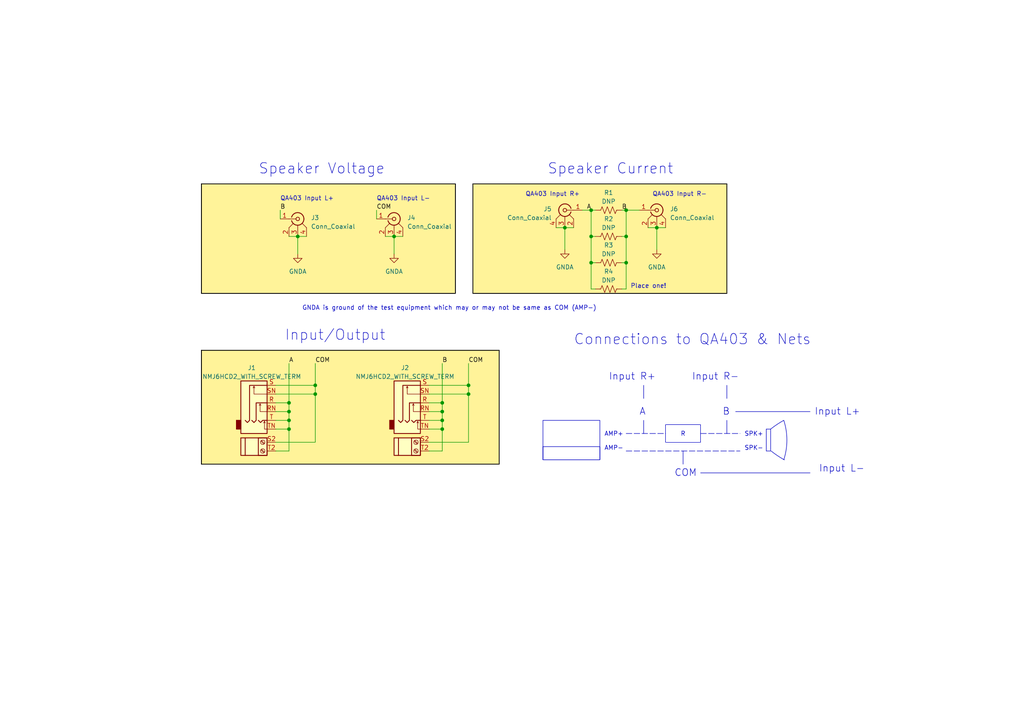
<source format=kicad_sch>
(kicad_sch (version 20230121) (generator eeschema)

  (uuid 35f76b6c-b6e0-41ef-ab07-49924863ff59)

  (paper "A4")

  (title_block
    (title "Speaker Impedance Fixture")
    (date "2023-07-19")
    (rev "1")
    (company "Exciton Labs Ltd")
    (comment 1 "For use with Quantasylum QA403")
  )

  (lib_symbols
    (symbol "BNC Adaptor:Conn_Coaxial" (pin_names (offset 1.016) hide) (in_bom yes) (on_board yes)
      (property "Reference" "J" (at 0.254 3.048 0)
        (effects (font (size 1.27 1.27)))
      )
      (property "Value" "Conn_Coaxial" (at 0 5.08 0)
        (effects (font (size 1.27 1.27)))
      )
      (property "Footprint" "" (at 0 0 0)
        (effects (font (size 1.27 1.27)) hide)
      )
      (property "Datasheet" " ~" (at 0 0 0)
        (effects (font (size 1.27 1.27)) hide)
      )
      (property "ki_keywords" "BNC SMA SMB SMC LEMO coaxial connector CINCH RCA" (at 0 0 0)
        (effects (font (size 1.27 1.27)) hide)
      )
      (property "ki_description" "coaxial connector (BNC, SMA, SMB, SMC, Cinch/RCA, LEMO, ...)" (at 0 0 0)
        (effects (font (size 1.27 1.27)) hide)
      )
      (property "ki_fp_filters" "*BNC* *SMA* *SMB* *SMC* *Cinch* *LEMO*" (at 0 0 0)
        (effects (font (size 1.27 1.27)) hide)
      )
      (symbol "Conn_Coaxial_0_1"
        (arc (start -1.778 -0.508) (mid 0.2311 -1.8066) (end 1.778 0)
          (stroke (width 0.254) (type default))
          (fill (type none))
        )
        (polyline
          (pts
            (xy -2.54 -2.54)
            (xy -1.27 -1.27)
          )
          (stroke (width 0) (type default))
          (fill (type none))
        )
        (polyline
          (pts
            (xy -2.54 0)
            (xy -0.508 0)
          )
          (stroke (width 0) (type default))
          (fill (type none))
        )
        (polyline
          (pts
            (xy 0 -2.54)
            (xy 0 -1.778)
          )
          (stroke (width 0) (type default))
          (fill (type none))
        )
        (polyline
          (pts
            (xy 1.27 -1.27)
            (xy 2.54 -2.54)
          )
          (stroke (width 0) (type default))
          (fill (type none))
        )
        (circle (center 0 0) (radius 0.508)
          (stroke (width 0.2032) (type default))
          (fill (type none))
        )
        (arc (start 1.778 0) (mid 0.2099 1.8101) (end -1.778 0.508)
          (stroke (width 0.254) (type default))
          (fill (type none))
        )
      )
      (symbol "Conn_Coaxial_1_1"
        (pin passive line (at -5.08 0 0) (length 2.54)
          (name "In" (effects (font (size 1.27 1.27))))
          (number "1" (effects (font (size 1.27 1.27))))
        )
        (pin passive line (at -2.54 -5.08 90) (length 2.54)
          (name "Ext" (effects (font (size 1.27 1.27))))
          (number "2" (effects (font (size 1.27 1.27))))
        )
        (pin passive line (at 0 -5.08 90) (length 2.54)
          (name "Ext" (effects (font (size 1.27 1.27))))
          (number "3" (effects (font (size 1.27 1.27))))
        )
        (pin passive line (at 2.54 -5.08 90) (length 2.54)
          (name "Ext" (effects (font (size 1.27 1.27))))
          (number "4" (effects (font (size 1.27 1.27))))
        )
      )
    )
    (symbol "Device:R_US" (pin_numbers hide) (pin_names (offset 0)) (in_bom yes) (on_board yes)
      (property "Reference" "R" (at 2.54 0 90)
        (effects (font (size 1.27 1.27)))
      )
      (property "Value" "R_US" (at -2.54 0 90)
        (effects (font (size 1.27 1.27)))
      )
      (property "Footprint" "" (at 1.016 -0.254 90)
        (effects (font (size 1.27 1.27)) hide)
      )
      (property "Datasheet" "~" (at 0 0 0)
        (effects (font (size 1.27 1.27)) hide)
      )
      (property "ki_keywords" "R res resistor" (at 0 0 0)
        (effects (font (size 1.27 1.27)) hide)
      )
      (property "ki_description" "Resistor, US symbol" (at 0 0 0)
        (effects (font (size 1.27 1.27)) hide)
      )
      (property "ki_fp_filters" "R_*" (at 0 0 0)
        (effects (font (size 1.27 1.27)) hide)
      )
      (symbol "R_US_0_1"
        (polyline
          (pts
            (xy 0 -2.286)
            (xy 0 -2.54)
          )
          (stroke (width 0) (type default))
          (fill (type none))
        )
        (polyline
          (pts
            (xy 0 2.286)
            (xy 0 2.54)
          )
          (stroke (width 0) (type default))
          (fill (type none))
        )
        (polyline
          (pts
            (xy 0 -0.762)
            (xy 1.016 -1.143)
            (xy 0 -1.524)
            (xy -1.016 -1.905)
            (xy 0 -2.286)
          )
          (stroke (width 0) (type default))
          (fill (type none))
        )
        (polyline
          (pts
            (xy 0 0.762)
            (xy 1.016 0.381)
            (xy 0 0)
            (xy -1.016 -0.381)
            (xy 0 -0.762)
          )
          (stroke (width 0) (type default))
          (fill (type none))
        )
        (polyline
          (pts
            (xy 0 2.286)
            (xy 1.016 1.905)
            (xy 0 1.524)
            (xy -1.016 1.143)
            (xy 0 0.762)
          )
          (stroke (width 0) (type default))
          (fill (type none))
        )
      )
      (symbol "R_US_1_1"
        (pin passive line (at 0 3.81 270) (length 1.27)
          (name "~" (effects (font (size 1.27 1.27))))
          (number "1" (effects (font (size 1.27 1.27))))
        )
        (pin passive line (at 0 -3.81 90) (length 1.27)
          (name "~" (effects (font (size 1.27 1.27))))
          (number "2" (effects (font (size 1.27 1.27))))
        )
      )
    )
    (symbol "Library:NMJ6HCD2_WITH_SCREW_TERM" (in_bom yes) (on_board yes)
      (property "Reference" "J" (at 0 11.43 0)
        (effects (font (size 1.27 1.27)))
      )
      (property "Value" "NMJ6HCD2_WITH_SCREW_TERM" (at 0 8.89 0)
        (effects (font (size 1.27 1.27)))
      )
      (property "Footprint" "Connector_Audio:Jack_6.35mm_Neutrik_NMJ6HCD2_Horizontal" (at 0 0 0)
        (effects (font (size 1.27 1.27)) hide)
      )
      (property "Datasheet" "https://www.neutrik.com/en/product/nmj6hcd2" (at 0 0 0)
        (effects (font (size 1.27 1.27)) hide)
      )
      (property "Datasheet2" "https://www.phoenixcontact.com/en-us/products/printed-circuit-board-terminal-mkdsn-15-2-508-1729128" (at 0 0 0)
        (effects (font (size 1.27 1.27)) hide)
      )
      (property "ki_keywords" "audio jack receptacle stereo headphones connector neutrik and screw terminal" (at 0 0 0)
        (effects (font (size 1.27 1.27)) hide)
      )
      (property "ki_description" "dual footprint M Series, 6.35mm (1/4in) stereo jack, switched, with chrome ferrule and straight PCB pins, with screw terminal" (at 0 0 0)
        (effects (font (size 1.27 1.27)) hide)
      )
      (property "ki_fp_filters" "Jack*" (at 0 0 0)
        (effects (font (size 1.27 1.27)) hide)
      )
      (symbol "NMJ6HCD2_WITH_SCREW_TERM_0_1"
        (rectangle (start -5.08 -10.16) (end 2.54 -15.24)
          (stroke (width 0.254) (type default))
          (fill (type background))
        )
        (rectangle (start -5.08 -5.08) (end -6.35 -7.62)
          (stroke (width 0.254) (type default))
          (fill (type outline))
        )
        (rectangle (start -5.08 6.35) (end 2.54 -8.89)
          (stroke (width 0.254) (type default))
          (fill (type background))
        )
        (polyline
          (pts
            (xy -1.27 4.826)
            (xy -1.016 4.318)
          )
          (stroke (width 0) (type default))
          (fill (type none))
        )
        (polyline
          (pts
            (xy 0.508 -0.254)
            (xy 0.762 -0.762)
          )
          (stroke (width 0) (type default))
          (fill (type none))
        )
        (polyline
          (pts
            (xy 1.778 -5.334)
            (xy 2.032 -5.842)
          )
          (stroke (width 0) (type default))
          (fill (type none))
        )
        (polyline
          (pts
            (xy 0 -5.08)
            (xy 0.635 -5.715)
            (xy 1.27 -5.08)
            (xy 2.54 -5.08)
          )
          (stroke (width 0.254) (type default))
          (fill (type none))
        )
        (polyline
          (pts
            (xy 2.54 -7.62)
            (xy 1.778 -7.62)
            (xy 1.778 -5.334)
            (xy 1.524 -5.842)
          )
          (stroke (width 0) (type default))
          (fill (type none))
        )
        (polyline
          (pts
            (xy 2.54 -2.54)
            (xy 0.508 -2.54)
            (xy 0.508 -0.254)
            (xy 0.254 -0.762)
          )
          (stroke (width 0) (type default))
          (fill (type none))
        )
        (polyline
          (pts
            (xy 2.54 2.54)
            (xy -1.27 2.54)
            (xy -1.27 4.826)
            (xy -1.524 4.318)
          )
          (stroke (width 0) (type default))
          (fill (type none))
        )
        (polyline
          (pts
            (xy -1.905 -5.08)
            (xy -1.27 -5.715)
            (xy -0.635 -5.08)
            (xy -0.635 0)
            (xy 2.54 0)
          )
          (stroke (width 0.254) (type default))
          (fill (type none))
        )
        (polyline
          (pts
            (xy 2.54 5.08)
            (xy -2.54 5.08)
            (xy -2.54 -5.08)
            (xy -3.175 -5.715)
            (xy -3.81 -5.08)
          )
          (stroke (width 0.254) (type default))
          (fill (type none))
        )
      )
      (symbol "NMJ6HCD2_WITH_SCREW_TERM_1_1"
        (rectangle (start 0 -10.16) (end 2.54 -15.24)
          (stroke (width 0.254) (type default))
          (fill (type background))
        )
        (polyline
          (pts
            (xy -3.81 -10.16)
            (xy -3.81 -15.24)
          )
          (stroke (width 0.254) (type default))
          (fill (type none))
        )
        (polyline
          (pts
            (xy 0.7366 -13.6398)
            (xy 1.6002 -14.478)
          )
          (stroke (width 0.1524) (type default))
          (fill (type none))
        )
        (polyline
          (pts
            (xy 0.7366 -11.0998)
            (xy 1.6002 -11.938)
          )
          (stroke (width 0.1524) (type default))
          (fill (type none))
        )
        (polyline
          (pts
            (xy 0.9144 -13.462)
            (xy 1.778 -14.3002)
          )
          (stroke (width 0.1524) (type default))
          (fill (type none))
        )
        (polyline
          (pts
            (xy 0.9144 -10.922)
            (xy 1.778 -11.7602)
          )
          (stroke (width 0.1524) (type default))
          (fill (type none))
        )
        (circle (center 1.27 -13.97) (radius 0.635)
          (stroke (width 0.1524) (type default))
          (fill (type none))
        )
        (circle (center 1.27 -11.43) (radius 0.635)
          (stroke (width 0.1524) (type default))
          (fill (type none))
        )
        (pin passive line (at 5.08 0 180) (length 2.54)
          (name "~" (effects (font (size 1.27 1.27))))
          (number "R" (effects (font (size 1.27 1.27))))
        )
        (pin passive line (at 5.08 -2.54 180) (length 2.54)
          (name "~" (effects (font (size 1.27 1.27))))
          (number "RN" (effects (font (size 1.27 1.27))))
        )
        (pin passive line (at 5.08 5.08 180) (length 2.54)
          (name "~" (effects (font (size 1.27 1.27))))
          (number "S" (effects (font (size 1.27 1.27))))
        )
        (pin passive line (at 5.08 -11.43 180) (length 2.54)
          (name "~" (effects (font (size 1.27 1.27))))
          (number "S2" (effects (font (size 1.27 1.27))))
        )
        (pin passive line (at 5.08 2.54 180) (length 2.54)
          (name "~" (effects (font (size 1.27 1.27))))
          (number "SN" (effects (font (size 1.27 1.27))))
        )
        (pin passive line (at 5.08 -5.08 180) (length 2.54)
          (name "~" (effects (font (size 1.27 1.27))))
          (number "T" (effects (font (size 1.27 1.27))))
        )
        (pin passive line (at 5.08 -13.97 180) (length 2.54)
          (name "" (effects (font (size 1.27 1.27))))
          (number "T2" (effects (font (size 1.27 1.27))))
        )
        (pin passive line (at 5.08 -7.62 180) (length 2.54)
          (name "~" (effects (font (size 1.27 1.27))))
          (number "TN" (effects (font (size 1.27 1.27))))
        )
      )
    )
    (symbol "power:GNDA" (power) (pin_names (offset 0)) (in_bom yes) (on_board yes)
      (property "Reference" "#PWR" (at 0 -6.35 0)
        (effects (font (size 1.27 1.27)) hide)
      )
      (property "Value" "GNDA" (at 0 -3.81 0)
        (effects (font (size 1.27 1.27)))
      )
      (property "Footprint" "" (at 0 0 0)
        (effects (font (size 1.27 1.27)) hide)
      )
      (property "Datasheet" "" (at 0 0 0)
        (effects (font (size 1.27 1.27)) hide)
      )
      (property "ki_keywords" "global power" (at 0 0 0)
        (effects (font (size 1.27 1.27)) hide)
      )
      (property "ki_description" "Power symbol creates a global label with name \"GNDA\" , analog ground" (at 0 0 0)
        (effects (font (size 1.27 1.27)) hide)
      )
      (symbol "GNDA_0_1"
        (polyline
          (pts
            (xy 0 0)
            (xy 0 -1.27)
            (xy 1.27 -1.27)
            (xy 0 -2.54)
            (xy -1.27 -1.27)
            (xy 0 -1.27)
          )
          (stroke (width 0) (type default))
          (fill (type none))
        )
      )
      (symbol "GNDA_1_1"
        (pin power_in line (at 0 0 270) (length 0) hide
          (name "GNDA" (effects (font (size 1.27 1.27))))
          (number "1" (effects (font (size 1.27 1.27))))
        )
      )
    )
  )

  (junction (at 135.89 111.76) (diameter 0) (color 0 0 0 0)
    (uuid 00b49c8d-5a14-41ef-bcd8-61e3ad0d2493)
  )
  (junction (at 181.61 60.96) (diameter 0) (color 0 0 0 0)
    (uuid 1732df76-eec2-4c06-861f-74066cadd027)
  )
  (junction (at 91.44 111.76) (diameter 0) (color 0 0 0 0)
    (uuid 244f38a4-475b-4dac-be4c-e821414149ed)
  )
  (junction (at 128.27 124.46) (diameter 0) (color 0 0 0 0)
    (uuid 3f0f1d5f-c6ae-4ebc-bbdc-32e43c24ed01)
  )
  (junction (at 181.61 68.58) (diameter 0) (color 0 0 0 0)
    (uuid 5e4a927a-2c15-46e2-9ba9-0a08c67465e0)
  )
  (junction (at 83.82 121.92) (diameter 0) (color 0 0 0 0)
    (uuid 6025aaed-de13-4791-b9c8-0e7f08d75c5c)
  )
  (junction (at 163.83 66.04) (diameter 0) (color 0 0 0 0)
    (uuid 61701663-5a43-4820-b8bb-cb1d70adb93f)
  )
  (junction (at 86.36 68.58) (diameter 0) (color 0 0 0 0)
    (uuid 6b51a2e0-a0e3-4461-bda3-37c2cfc048cb)
  )
  (junction (at 171.45 60.96) (diameter 0) (color 0 0 0 0)
    (uuid 71399081-b900-4f6a-b4fe-b1fcd79a8c5b)
  )
  (junction (at 128.27 121.92) (diameter 0) (color 0 0 0 0)
    (uuid 78df0353-e353-417f-b048-5989caa403bc)
  )
  (junction (at 171.45 76.2) (diameter 0) (color 0 0 0 0)
    (uuid 84de65b4-c5b0-4dc6-9905-7cb6c20c77c3)
  )
  (junction (at 83.82 119.38) (diameter 0) (color 0 0 0 0)
    (uuid 89b06c61-35be-4cd7-b561-73076951e50b)
  )
  (junction (at 114.3 68.58) (diameter 0) (color 0 0 0 0)
    (uuid 9ee3f03e-e22c-4fab-a544-86cee9fe4a51)
  )
  (junction (at 83.82 116.84) (diameter 0) (color 0 0 0 0)
    (uuid a0b0eceb-9769-47d9-bb6e-7c18f45842d3)
  )
  (junction (at 128.27 116.84) (diameter 0) (color 0 0 0 0)
    (uuid a4dafaf3-f002-4613-b35a-23121caf3b70)
  )
  (junction (at 135.89 114.3) (diameter 0) (color 0 0 0 0)
    (uuid d1ede5c8-df62-4582-b698-36a65c1e1c3c)
  )
  (junction (at 190.5 66.04) (diameter 0) (color 0 0 0 0)
    (uuid da3e4abf-d44c-4b80-9157-4b1ac37e4fd3)
  )
  (junction (at 181.61 76.2) (diameter 0) (color 0 0 0 0)
    (uuid db3b71e9-5625-4be3-8814-ac98ed2e79d6)
  )
  (junction (at 171.45 68.58) (diameter 0) (color 0 0 0 0)
    (uuid ed78ca9c-b6e1-4197-b262-9e9bba48a14c)
  )
  (junction (at 128.27 119.38) (diameter 0) (color 0 0 0 0)
    (uuid f65b76e5-7daa-4ae4-b64e-34196c2e273e)
  )
  (junction (at 91.44 114.3) (diameter 0) (color 0 0 0 0)
    (uuid f9273962-5d50-4022-9188-c5dd1d6c14bd)
  )
  (junction (at 83.82 124.46) (diameter 0) (color 0 0 0 0)
    (uuid fab471e3-4012-4523-837e-402120ff6b8a)
  )

  (wire (pts (xy 168.91 60.96) (xy 171.45 60.96))
    (stroke (width 0) (type default))
    (uuid 006580c8-b087-4bbd-9ac8-002623e14069)
  )
  (wire (pts (xy 171.45 76.2) (xy 171.45 83.82))
    (stroke (width 0) (type default))
    (uuid 02204ea3-a5a2-4983-84f6-834daac25f8e)
  )
  (wire (pts (xy 80.01 130.81) (xy 83.82 130.81))
    (stroke (width 0) (type default))
    (uuid 0433cbc8-22e5-4900-852b-3ecb6b85e2a2)
  )
  (wire (pts (xy 181.61 60.96) (xy 181.61 68.58))
    (stroke (width 0) (type default))
    (uuid 0829ef73-755a-4a69-8976-55e3b420fda1)
  )
  (polyline (pts (xy 203.2 125.73) (xy 214.63 125.73))
    (stroke (width 0) (type dash))
    (uuid 13f34438-4790-4af6-b161-e9c897ee9081)
  )

  (wire (pts (xy 124.46 116.84) (xy 128.27 116.84))
    (stroke (width 0) (type default))
    (uuid 1936f620-96e8-401f-adb5-5ee8d320007b)
  )
  (wire (pts (xy 80.01 116.84) (xy 83.82 116.84))
    (stroke (width 0) (type default))
    (uuid 19a8848f-5004-4a63-bb09-9bbeb30c001c)
  )
  (wire (pts (xy 80.01 111.76) (xy 91.44 111.76))
    (stroke (width 0) (type default))
    (uuid 1b5e0e0f-136d-4f08-b160-a7aad590c3b9)
  )
  (wire (pts (xy 83.82 121.92) (xy 83.82 119.38))
    (stroke (width 0) (type default))
    (uuid 1ff50ddb-bd43-453c-94ec-90610883056c)
  )
  (wire (pts (xy 128.27 119.38) (xy 128.27 116.84))
    (stroke (width 0) (type default))
    (uuid 223e9a69-024f-4520-b1e3-ff5d61c03e09)
  )
  (wire (pts (xy 86.36 68.58) (xy 88.9 68.58))
    (stroke (width 0) (type default))
    (uuid 24d5869a-bc02-4d34-8046-d52a945cf883)
  )
  (wire (pts (xy 181.61 76.2) (xy 181.61 83.82))
    (stroke (width 0) (type default))
    (uuid 24e74160-cce2-455e-9913-ced4a35ee5b8)
  )
  (wire (pts (xy 128.27 124.46) (xy 124.46 124.46))
    (stroke (width 0) (type default))
    (uuid 27853e11-b978-41c5-9eb9-05257add04c3)
  )
  (polyline (pts (xy 198.12 130.81) (xy 198.12 134.62))
    (stroke (width 0) (type default))
    (uuid 27d6a82d-9992-4f44-9fc9-3da7565a965b)
  )

  (wire (pts (xy 124.46 114.3) (xy 135.89 114.3))
    (stroke (width 0) (type default))
    (uuid 2896e3e4-5292-408f-951e-088bd1a26e06)
  )
  (wire (pts (xy 83.82 124.46) (xy 80.01 124.46))
    (stroke (width 0) (type default))
    (uuid 2b3c73a8-e219-43ef-92c7-5c0447cff892)
  )
  (wire (pts (xy 181.61 60.96) (xy 185.42 60.96))
    (stroke (width 0) (type default))
    (uuid 2f571462-7c35-4d26-8cbd-a10d3457e543)
  )
  (wire (pts (xy 180.34 60.96) (xy 181.61 60.96))
    (stroke (width 0) (type default))
    (uuid 2f6c36a1-2476-4959-b149-a9ad985adf4b)
  )
  (wire (pts (xy 190.5 66.04) (xy 190.5 72.39))
    (stroke (width 0) (type default))
    (uuid 36cbb048-0d3b-42da-91be-2e91c3915cb6)
  )
  (wire (pts (xy 86.36 68.58) (xy 86.36 73.66))
    (stroke (width 0) (type default))
    (uuid 44977e0e-f52e-47fe-9132-3caaf2410b29)
  )
  (wire (pts (xy 171.45 76.2) (xy 172.72 76.2))
    (stroke (width 0) (type default))
    (uuid 4960b05a-fb15-4f62-b349-add9c18f6a3f)
  )
  (wire (pts (xy 124.46 130.81) (xy 128.27 130.81))
    (stroke (width 0) (type default))
    (uuid 4a9c2952-9611-4f5b-ac91-64cfbbe9cb45)
  )
  (wire (pts (xy 91.44 128.27) (xy 91.44 114.3))
    (stroke (width 0) (type default))
    (uuid 4d21c873-2504-40b3-ac7e-5a30ad31c068)
  )
  (polyline (pts (xy 210.82 121.92) (xy 210.82 125.73))
    (stroke (width 0) (type default))
    (uuid 5203cbfa-3922-4362-9600-fc4855a0cda1)
  )

  (wire (pts (xy 83.82 116.84) (xy 83.82 105.41))
    (stroke (width 0) (type default))
    (uuid 548a414b-70de-4573-8473-6cac54d20d74)
  )
  (wire (pts (xy 172.72 68.58) (xy 171.45 68.58))
    (stroke (width 0) (type default))
    (uuid 578b6c35-933e-4ebd-a1b1-90243c92c52a)
  )
  (wire (pts (xy 109.22 60.96) (xy 109.22 63.5))
    (stroke (width 0) (type default))
    (uuid 57cb59e6-d1ff-4907-99b3-7ae9d10e9592)
  )
  (wire (pts (xy 163.83 66.04) (xy 163.83 72.39))
    (stroke (width 0) (type default))
    (uuid 5b2277dd-199f-4ba8-99db-2b00688cd691)
  )
  (wire (pts (xy 80.01 114.3) (xy 91.44 114.3))
    (stroke (width 0) (type default))
    (uuid 6b682d07-0073-4206-9c0e-6ca26df7adab)
  )
  (wire (pts (xy 80.01 121.92) (xy 83.82 121.92))
    (stroke (width 0) (type default))
    (uuid 6db4dadd-a6d9-4637-9d4c-87f65b455d72)
  )
  (wire (pts (xy 181.61 68.58) (xy 181.61 76.2))
    (stroke (width 0) (type default))
    (uuid 6ea83a1e-3af9-47e9-8546-8e7d3f60fc75)
  )
  (wire (pts (xy 135.89 111.76) (xy 135.89 114.3))
    (stroke (width 0) (type default))
    (uuid 6ecd7066-5ec0-4768-8619-5c2c7c41ae21)
  )
  (wire (pts (xy 128.27 130.81) (xy 128.27 124.46))
    (stroke (width 0) (type default))
    (uuid 7852a18a-1936-4b7a-aabf-7049b48fa57a)
  )
  (wire (pts (xy 114.3 68.58) (xy 116.84 68.58))
    (stroke (width 0) (type default))
    (uuid 7869ef56-c06f-4012-88ca-c7c2f4454c75)
  )
  (wire (pts (xy 124.46 119.38) (xy 128.27 119.38))
    (stroke (width 0) (type default))
    (uuid 7b2fed74-82af-4ebd-a21f-a64696df106d)
  )
  (polyline (pts (xy 213.36 119.38) (xy 234.95 119.38))
    (stroke (width 0) (type default))
    (uuid 7f1da713-0ba2-41e2-86e3-3ef1b866c7b3)
  )

  (wire (pts (xy 81.28 60.96) (xy 81.28 63.5))
    (stroke (width 0) (type default))
    (uuid 80eb7200-cbed-4db4-99eb-56cb24cc6683)
  )
  (wire (pts (xy 163.83 66.04) (xy 166.37 66.04))
    (stroke (width 0) (type default))
    (uuid 83783229-aafd-4f2b-8235-bba5a15fcb2e)
  )
  (wire (pts (xy 161.29 66.04) (xy 163.83 66.04))
    (stroke (width 0) (type default))
    (uuid 86264e79-63b1-44f8-9822-46db71e10abf)
  )
  (wire (pts (xy 180.34 76.2) (xy 181.61 76.2))
    (stroke (width 0) (type default))
    (uuid 8646e5d8-3e7c-48f3-9719-f4b7dc44862f)
  )
  (wire (pts (xy 171.45 83.82) (xy 172.72 83.82))
    (stroke (width 0) (type default))
    (uuid 882d2a4e-4d8d-4bca-9145-7d04549436fd)
  )
  (wire (pts (xy 171.45 68.58) (xy 171.45 60.96))
    (stroke (width 0) (type default))
    (uuid 8ac407a0-9039-4476-9220-be5c00c5addf)
  )
  (wire (pts (xy 83.82 68.58) (xy 86.36 68.58))
    (stroke (width 0) (type default))
    (uuid 8b7946b3-3982-4762-8f7d-5affe0bece54)
  )
  (wire (pts (xy 83.82 121.92) (xy 83.82 124.46))
    (stroke (width 0) (type default))
    (uuid 913d8361-7c74-47a1-85e7-877ee253c071)
  )
  (wire (pts (xy 128.27 121.92) (xy 128.27 124.46))
    (stroke (width 0) (type default))
    (uuid 9330ae32-790d-41b7-a971-a5d56d68ebe5)
  )
  (wire (pts (xy 190.5 66.04) (xy 193.04 66.04))
    (stroke (width 0) (type default))
    (uuid 93ac9627-e34e-439b-9e04-2f3178fb8538)
  )
  (wire (pts (xy 128.27 121.92) (xy 128.27 119.38))
    (stroke (width 0) (type default))
    (uuid 95c546db-271a-4e05-8f80-a2d63e28f497)
  )
  (wire (pts (xy 83.82 119.38) (xy 83.82 116.84))
    (stroke (width 0) (type default))
    (uuid 9acc0de8-ce19-4564-90b5-751cffbe3410)
  )
  (wire (pts (xy 128.27 116.84) (xy 128.27 105.41))
    (stroke (width 0) (type default))
    (uuid 9e1780dc-5f39-4a1c-86c4-82085ac00461)
  )
  (polyline (pts (xy 186.69 111.76) (xy 186.69 115.57))
    (stroke (width 0) (type default))
    (uuid a1fa8b04-f00e-4fcf-bd4e-7f5218c0af23)
  )

  (wire (pts (xy 91.44 111.76) (xy 91.44 114.3))
    (stroke (width 0) (type default))
    (uuid a49141f6-5ab9-47f2-88eb-fc4050dfdfe4)
  )
  (wire (pts (xy 180.34 68.58) (xy 181.61 68.58))
    (stroke (width 0) (type default))
    (uuid a4b66a54-f152-4425-967a-03c42f8266b7)
  )
  (wire (pts (xy 124.46 111.76) (xy 135.89 111.76))
    (stroke (width 0) (type default))
    (uuid adbd8115-4c81-434c-9a33-a4a7b63ac62f)
  )
  (wire (pts (xy 111.76 68.58) (xy 114.3 68.58))
    (stroke (width 0) (type default))
    (uuid d0d138ad-32a5-4112-9d6d-05b32c72ec85)
  )
  (wire (pts (xy 171.45 68.58) (xy 171.45 76.2))
    (stroke (width 0) (type default))
    (uuid d6e4a3f4-75af-459d-91ae-4ddcb6251dd4)
  )
  (wire (pts (xy 135.89 128.27) (xy 135.89 114.3))
    (stroke (width 0) (type default))
    (uuid d93fac77-03c9-43b1-9214-e65347913d0b)
  )
  (polyline (pts (xy 181.61 130.81) (xy 214.63 130.81))
    (stroke (width 0) (type dash))
    (uuid dc1a9d02-9169-450f-96a8-7983f6f88ca2)
  )

  (wire (pts (xy 124.46 128.27) (xy 135.89 128.27))
    (stroke (width 0) (type default))
    (uuid df4c12c2-51c9-4e5f-b894-c2d2ec9407e2)
  )
  (polyline (pts (xy 181.61 125.73) (xy 193.04 125.73))
    (stroke (width 0) (type dash))
    (uuid e20fd607-985c-424e-ae5d-8a2f64d07209)
  )

  (wire (pts (xy 80.01 128.27) (xy 91.44 128.27))
    (stroke (width 0) (type default))
    (uuid e5753a16-96da-4dd5-85a6-0350f0973e27)
  )
  (polyline (pts (xy 210.82 111.76) (xy 210.82 115.57))
    (stroke (width 0) (type default))
    (uuid e6b5dfab-0a6c-4bc1-a448-a1c6928bffe7)
  )

  (wire (pts (xy 171.45 60.96) (xy 172.72 60.96))
    (stroke (width 0) (type default))
    (uuid e736346a-e93d-4cbe-9b65-4dbfe9d2f572)
  )
  (wire (pts (xy 124.46 121.92) (xy 128.27 121.92))
    (stroke (width 0) (type default))
    (uuid ed6e2f0f-6003-4137-8cef-0085d412df59)
  )
  (wire (pts (xy 80.01 119.38) (xy 83.82 119.38))
    (stroke (width 0) (type default))
    (uuid edb2225d-0f1e-469b-b751-f447504bf744)
  )
  (wire (pts (xy 180.34 83.82) (xy 181.61 83.82))
    (stroke (width 0) (type default))
    (uuid efd5e5e5-caa3-4df1-87df-ca12feaedb81)
  )
  (wire (pts (xy 135.89 105.41) (xy 135.89 111.76))
    (stroke (width 0) (type default))
    (uuid f23aa707-d84f-4b4a-a828-cdbea9cfc6bc)
  )
  (wire (pts (xy 91.44 105.41) (xy 91.44 111.76))
    (stroke (width 0) (type default))
    (uuid f3ae8f8b-80d8-43ac-8736-38930a275e30)
  )
  (wire (pts (xy 83.82 130.81) (xy 83.82 124.46))
    (stroke (width 0) (type default))
    (uuid f61f7f4d-5ad1-4bcd-931f-60114d50bd60)
  )
  (polyline (pts (xy 186.69 121.92) (xy 186.69 125.73))
    (stroke (width 0) (type default))
    (uuid f6e48141-3648-410b-8a6d-c764702e9ac9)
  )
  (polyline (pts (xy 203.2 137.16) (xy 234.95 137.16))
    (stroke (width 0) (type default))
    (uuid fc9e8bd9-b6e4-4ffb-ad82-ffd3b42e5c3f)
  )

  (wire (pts (xy 187.96 66.04) (xy 190.5 66.04))
    (stroke (width 0) (type default))
    (uuid fd49adc2-6f06-454c-9a38-0c2c2cc39cd4)
  )
  (wire (pts (xy 114.3 68.58) (xy 114.3 73.66))
    (stroke (width 0) (type default))
    (uuid fdf0a203-ca2c-4b8f-87d2-d6a35d7e311f)
  )

  (arc (start 223.52 124.46) (mid 225.3709 123.1088) (end 227.33 121.92)
    (stroke (width 0) (type default))
    (fill (type none))
    (uuid 32b7e1c6-daa3-4b5a-8d8a-1ebd5d70b2c1)
  )
  (rectangle (start 137.16 53.34) (end 210.82 85.09)
    (stroke (width 0.254) (type solid) (color 0 0 0 1))
    (fill (type color) (color 255 243 153 1))
    (uuid 4198f02e-4c82-4741-ae24-96339532374b)
  )
  (arc (start 227.33 121.92) (mid 228.2297 127.635) (end 227.33 133.35)
    (stroke (width 0) (type default))
    (fill (type none))
    (uuid 42e1d05e-09ff-4696-a628-61b3200baf0d)
  )
  (rectangle (start 58.42 101.6) (end 144.78 134.62)
    (stroke (width 0.254) (type solid) (color 0 0 0 1))
    (fill (type color) (color 255 243 153 1))
    (uuid 441716f4-b601-4933-81d9-6e90687e277e)
  )
  (rectangle (start 157.48 129.54) (end 173.99 133.35)
    (stroke (width 0) (type default))
    (fill (type none))
    (uuid 46f9d99e-199b-4791-b12f-b5900aea4a77)
  )
  (rectangle (start 222.25 124.46) (end 223.52 130.81)
    (stroke (width 0) (type default))
    (fill (type none))
    (uuid 4e5e025f-840a-4ca8-9e49-322f235dba99)
  )
  (arc (start 227.5117 133.3776) (mid 225.5529 132.1883) (end 223.7017 130.8376)
    (stroke (width 0) (type default))
    (fill (type none))
    (uuid 5faa90fb-c987-4288-b258-c44c1801d424)
  )
  (rectangle (start 58.42 53.34) (end 132.08 85.09)
    (stroke (width 0.254) (type solid) (color 0 0 0 1))
    (fill (type color) (color 255 243 153 1))
    (uuid 61fbdbc2-bf0e-4f85-b5d7-b36a1355946e)
  )
  (rectangle (start 157.48 121.92) (end 173.99 133.35)
    (stroke (width 0) (type default))
    (fill (type none))
    (uuid a148019f-d28b-4911-8ad9-c3ae4d391803)
  )

  (text_box "R"
    (at 193.04 123.19 0) (size 10.16 5.08)
    (stroke (width 0) (type default))
    (fill (type color) (color 255 255 255 1))
    (effects (font (size 1.27 1.27)))
    (uuid cf046916-b18b-46a7-a733-0af0cfd26da1)
  )

  (text "Speaker Current" (at 158.75 50.8 0)
    (effects (font (size 3 3)) (justify left bottom))
    (uuid 0cc9c4ef-e379-46ed-a69c-95a567c53a10)
  )
  (text "Speaker Voltage" (at 74.93 50.8 0)
    (effects (font (size 3 3)) (justify left bottom))
    (uuid 1f05b247-748c-4581-a09d-c655c54f07a4)
  )
  (text "QA403 Input R+" (at 152.4 57.15 0)
    (effects (font (size 1.27 1.27)) (justify left bottom))
    (uuid 1ffd52dc-11cf-4726-8e00-9b29333ea9b2)
  )
  (text "QA403 Input L+" (at 81.28 58.42 0)
    (effects (font (size 1.27 1.27)) (justify left bottom))
    (uuid 227933ec-442c-4ef4-a180-162f913f7de2)
  )
  (text "Input L+" (at 236.22 120.65 0)
    (effects (font (size 2 2)) (justify left bottom))
    (uuid 3917136f-d45b-40fb-872e-fe02d5eacb11)
  )
  (text "B" (at 209.55 120.65 0)
    (effects (font (size 2 2)) (justify left bottom))
    (uuid 3c461944-2959-4f62-8dc7-726f7a0d3fdd)
  )
  (text "GNDA is ground of the test equipment which may or may not be same as COM (AMP-)"
    (at 87.63 90.17 0)
    (effects (font (size 1.27 1.27)) (justify left bottom))
    (uuid 4d1e023c-b73e-474d-9bb9-f3fc25853826)
  )
  (text "A" (at 185.42 120.65 0)
    (effects (font (size 2 2)) (justify left bottom))
    (uuid 5dc7af0d-ae97-4e49-b339-625f2466e656)
  )
  (text "Input L-" (at 237.49 137.16 0)
    (effects (font (size 2 2)) (justify left bottom))
    (uuid 6f837713-c721-4cdc-ad89-2ea37691edfe)
  )
  (text "Input/Output" (at 82.55 99.06 0)
    (effects (font (size 3 3)) (justify left bottom))
    (uuid 762d33a8-17fd-44a9-8fe4-72b1c6d0b08d)
  )
  (text "AMP+\n\nAMP-" (at 175.26 130.81 0)
    (effects (font (size 1.27 1.27)) (justify left bottom))
    (uuid 841b9219-fa28-42e8-bdf0-afadfbeadc00)
  )
  (text "Input R-" (at 200.66 110.49 0)
    (effects (font (size 2 2)) (justify left bottom))
    (uuid 8ca0bf41-3138-4b2b-a252-49be09c2e5ae)
  )
  (text "SPK+\n\nSPK-" (at 215.9 130.81 0)
    (effects (font (size 1.27 1.27)) (justify left bottom))
    (uuid 8d3336b6-c2df-4a5b-9891-fe79faba62b1)
  )
  (text "Input R+" (at 176.53 110.49 0)
    (effects (font (size 2 2)) (justify left bottom))
    (uuid a58ca14d-83f5-428f-807a-11850e62dd14)
  )
  (text "QA403 Input R-" (at 189.23 57.15 0)
    (effects (font (size 1.27 1.27)) (justify left bottom))
    (uuid a76aa2df-4b32-419d-81e6-6090ead98e35)
  )
  (text "QA403 Input L-" (at 109.22 58.42 0)
    (effects (font (size 1.27 1.27)) (justify left bottom))
    (uuid bcd1b13d-35d5-489c-b243-f370d3453e62)
  )
  (text "Connections to QA403 & Nets" (at 166.37 100.33 0)
    (effects (font (size 3 3)) (justify left bottom))
    (uuid cef1c156-db54-45c0-b1e4-868a7077ac5e)
  )
  (text "COM" (at 195.58 138.43 0)
    (effects (font (size 2 2)) (justify left bottom))
    (uuid decdfe49-2556-4b1c-beb6-1d91158acc01)
  )
  (text "Place one!" (at 182.88 83.82 0)
    (effects (font (size 1.27 1.27)) (justify left bottom))
    (uuid f995fe46-3304-4ac6-9654-0fc39e5723be)
  )

  (label "COM" (at 135.89 105.41 0) (fields_autoplaced)
    (effects (font (size 1.27 1.27)) (justify left bottom))
    (uuid 24831158-57d3-4358-a456-71e798e632c8)
  )
  (label "A" (at 83.82 105.41 0) (fields_autoplaced)
    (effects (font (size 1.27 1.27)) (justify left bottom))
    (uuid 26fad98e-83d5-4f3f-a5bd-dfc3c1c8668a)
  )
  (label "B" (at 128.27 105.41 0) (fields_autoplaced)
    (effects (font (size 1.27 1.27)) (justify left bottom))
    (uuid 562d36ca-6b4f-4d88-a982-29844052e39f)
  )
  (label "COM" (at 109.22 60.96 0) (fields_autoplaced)
    (effects (font (size 1.27 1.27)) (justify left bottom))
    (uuid 64777c99-8d4b-4700-9637-92f806a5feb9)
  )
  (label "COM" (at 91.44 105.41 0) (fields_autoplaced)
    (effects (font (size 1.27 1.27)) (justify left bottom))
    (uuid b45da013-781a-4634-95e7-e8f7bbafafbc)
  )
  (label "B" (at 81.28 60.96 0) (fields_autoplaced)
    (effects (font (size 1.27 1.27)) (justify left bottom))
    (uuid b8641974-9ea4-4c4c-977f-204d0cb32cfb)
  )
  (label "A" (at 170.18 60.96 0) (fields_autoplaced)
    (effects (font (size 1.27 1.27)) (justify left bottom))
    (uuid de88c198-eea6-48a4-bfc8-e9623b53c2e6)
  )
  (label "B" (at 180.34 60.96 0) (fields_autoplaced)
    (effects (font (size 1.27 1.27)) (justify left bottom))
    (uuid eaa47f53-4bc2-425e-952e-2f14c503cdce)
  )

  (symbol (lib_id "Library:NMJ6HCD2_WITH_SCREW_TERM") (at 74.93 116.84 0) (unit 1)
    (in_bom yes) (on_board yes) (dnp no) (fields_autoplaced)
    (uuid 07d0df73-6a29-4ed9-8331-18020b209934)
    (property "Reference" "J1" (at 73.025 106.68 0)
      (effects (font (size 1.27 1.27)))
    )
    (property "Value" "NMJ6HCD2_WITH_SCREW_TERM" (at 73.025 109.22 0)
      (effects (font (size 1.27 1.27)))
    )
    (property "Footprint" "ProjectLibrary:Dual_Jack_6.35mm_Neutrik_NMJ6HCD2_Horizontal_TerminalBlock_Phoenix_MKDS-1,5-2-5.08_1x02_P5.08mm_Horizontal" (at 74.93 116.84 0)
      (effects (font (size 1.27 1.27)) hide)
    )
    (property "Datasheet" "https://www.neutrik.com/en/product/nmj6hcd2" (at 74.93 116.84 0)
      (effects (font (size 1.27 1.27)) hide)
    )
    (property "Datasheet2" "https://www.phoenixcontact.com/en-us/products/printed-circuit-board-terminal-mkdsn-15-2-508-1729128" (at 74.93 116.84 0)
      (effects (font (size 1.27 1.27)) hide)
    )
    (pin "R" (uuid b8761434-6b19-4b58-86df-6d07bdd40d8e))
    (pin "RN" (uuid a6bb9c2f-e3d3-4bd2-87c2-abedf34c5426))
    (pin "S" (uuid eda39df3-4095-4de3-8a5c-78ae987b8510))
    (pin "S2" (uuid 9ed9801a-c28e-4766-8cc4-ee12b162ba0d))
    (pin "SN" (uuid 33994f73-85a3-4b1a-be59-6e53a26e0048))
    (pin "T" (uuid 0a962fbe-cd94-4a44-b8a1-e8d49aa95ebd))
    (pin "T2" (uuid 23b36c5d-7c1e-4a15-9851-004d64d403dc))
    (pin "TN" (uuid 4071df24-b213-4c8c-bff2-a99dc12af759))
    (instances
      (project "QA403 Impedance Fixture"
        (path "/35f76b6c-b6e0-41ef-ab07-49924863ff59"
          (reference "J1") (unit 1)
        )
      )
    )
  )

  (symbol (lib_id "Device:R_US") (at 176.53 83.82 90) (unit 1)
    (in_bom yes) (on_board yes) (dnp no) (fields_autoplaced)
    (uuid 66d167d7-2752-4691-b6c4-b852fd39cae9)
    (property "Reference" "R4" (at 176.53 78.74 90)
      (effects (font (size 1.27 1.27)))
    )
    (property "Value" "DNP" (at 176.53 81.28 90)
      (effects (font (size 1.27 1.27)))
    )
    (property "Footprint" "Resistor_THT:R_Axial_DIN0309_L9.0mm_D3.2mm_P12.70mm_Horizontal" (at 176.784 82.804 90)
      (effects (font (size 1.27 1.27)) hide)
    )
    (property "Datasheet" "~" (at 176.53 83.82 0)
      (effects (font (size 1.27 1.27)) hide)
    )
    (pin "1" (uuid 3fd68aef-09e9-42a0-ab06-33667e58b132))
    (pin "2" (uuid 4ddfa601-be30-4fbb-81ff-e28ba4d688ce))
    (instances
      (project "QA403 Impedance Fixture"
        (path "/35f76b6c-b6e0-41ef-ab07-49924863ff59"
          (reference "R4") (unit 1)
        )
      )
    )
  )

  (symbol (lib_id "Device:R_US") (at 176.53 76.2 90) (unit 1)
    (in_bom yes) (on_board yes) (dnp no) (fields_autoplaced)
    (uuid 7b42e676-c6b9-4af8-8045-39854d05ef91)
    (property "Reference" "R3" (at 176.53 71.12 90)
      (effects (font (size 1.27 1.27)))
    )
    (property "Value" "DNP" (at 176.53 73.66 90)
      (effects (font (size 1.27 1.27)))
    )
    (property "Footprint" "Resistor_SMD:R_0805_2012Metric_Pad1.20x1.40mm_HandSolder" (at 176.784 75.184 90)
      (effects (font (size 1.27 1.27)) hide)
    )
    (property "Datasheet" "~" (at 176.53 76.2 0)
      (effects (font (size 1.27 1.27)) hide)
    )
    (pin "1" (uuid 332f55c6-d52b-4f8a-92c8-a595f966d632))
    (pin "2" (uuid a715df8f-0b7b-49bc-89e2-4e2ecadda0a6))
    (instances
      (project "QA403 Impedance Fixture"
        (path "/35f76b6c-b6e0-41ef-ab07-49924863ff59"
          (reference "R3") (unit 1)
        )
      )
    )
  )

  (symbol (lib_id "Device:R_US") (at 176.53 60.96 90) (unit 1)
    (in_bom yes) (on_board yes) (dnp no) (fields_autoplaced)
    (uuid 7f429161-7e6b-4208-8720-9a5e0d5652f4)
    (property "Reference" "R1" (at 176.53 55.88 90)
      (effects (font (size 1.27 1.27)))
    )
    (property "Value" "DNP" (at 176.53 58.42 90)
      (effects (font (size 1.27 1.27)))
    )
    (property "Footprint" "Resistor_SMD:R_2010_5025Metric_Pad1.40x2.65mm_HandSolder" (at 176.784 59.944 90)
      (effects (font (size 1.27 1.27)) hide)
    )
    (property "Datasheet" "~" (at 176.53 60.96 0)
      (effects (font (size 1.27 1.27)) hide)
    )
    (pin "1" (uuid 4dc24f8a-a7bd-480b-9f7d-64856e3a9623))
    (pin "2" (uuid fc822da4-bd52-414d-89bf-d9d382e5e1a5))
    (instances
      (project "QA403 Impedance Fixture"
        (path "/35f76b6c-b6e0-41ef-ab07-49924863ff59"
          (reference "R1") (unit 1)
        )
      )
    )
  )

  (symbol (lib_id "power:GNDA") (at 114.3 73.66 0) (unit 1)
    (in_bom yes) (on_board yes) (dnp no) (fields_autoplaced)
    (uuid 88a015e5-d195-4053-a01c-8b19b5505abd)
    (property "Reference" "#PWR02" (at 114.3 80.01 0)
      (effects (font (size 1.27 1.27)) hide)
    )
    (property "Value" "GNDA" (at 114.3 78.74 0)
      (effects (font (size 1.27 1.27)))
    )
    (property "Footprint" "" (at 114.3 73.66 0)
      (effects (font (size 1.27 1.27)) hide)
    )
    (property "Datasheet" "" (at 114.3 73.66 0)
      (effects (font (size 1.27 1.27)) hide)
    )
    (pin "1" (uuid b6a35877-d232-4bab-8cd5-32ab7386285f))
    (instances
      (project "QA403 Impedance Fixture"
        (path "/35f76b6c-b6e0-41ef-ab07-49924863ff59"
          (reference "#PWR02") (unit 1)
        )
      )
    )
  )

  (symbol (lib_id "power:GNDA") (at 86.36 73.66 0) (unit 1)
    (in_bom yes) (on_board yes) (dnp no) (fields_autoplaced)
    (uuid 936226f5-b413-46f0-a042-a94ad3274a2a)
    (property "Reference" "#PWR01" (at 86.36 80.01 0)
      (effects (font (size 1.27 1.27)) hide)
    )
    (property "Value" "GNDA" (at 86.36 78.74 0)
      (effects (font (size 1.27 1.27)))
    )
    (property "Footprint" "" (at 86.36 73.66 0)
      (effects (font (size 1.27 1.27)) hide)
    )
    (property "Datasheet" "" (at 86.36 73.66 0)
      (effects (font (size 1.27 1.27)) hide)
    )
    (pin "1" (uuid 395d7d03-8a73-4530-967e-c1596ddfff6b))
    (instances
      (project "QA403 Impedance Fixture"
        (path "/35f76b6c-b6e0-41ef-ab07-49924863ff59"
          (reference "#PWR01") (unit 1)
        )
      )
    )
  )

  (symbol (lib_id "power:GNDA") (at 163.83 72.39 0) (unit 1)
    (in_bom yes) (on_board yes) (dnp no) (fields_autoplaced)
    (uuid 939c11f7-1a83-4518-bca7-7c0215b81f55)
    (property "Reference" "#PWR03" (at 163.83 78.74 0)
      (effects (font (size 1.27 1.27)) hide)
    )
    (property "Value" "GNDA" (at 163.83 77.47 0)
      (effects (font (size 1.27 1.27)))
    )
    (property "Footprint" "" (at 163.83 72.39 0)
      (effects (font (size 1.27 1.27)) hide)
    )
    (property "Datasheet" "" (at 163.83 72.39 0)
      (effects (font (size 1.27 1.27)) hide)
    )
    (pin "1" (uuid f5822804-86aa-4c30-8d00-d9fb6b90efae))
    (instances
      (project "QA403 Impedance Fixture"
        (path "/35f76b6c-b6e0-41ef-ab07-49924863ff59"
          (reference "#PWR03") (unit 1)
        )
      )
    )
  )

  (symbol (lib_id "BNC Adaptor:Conn_Coaxial") (at 190.5 60.96 0) (unit 1)
    (in_bom yes) (on_board yes) (dnp no) (fields_autoplaced)
    (uuid 99255eb2-12a2-43c0-b40c-7375eda8dc0b)
    (property "Reference" "J6" (at 194.31 60.6182 0)
      (effects (font (size 1.27 1.27)) (justify left))
    )
    (property "Value" "Conn_Coaxial" (at 194.31 63.1582 0)
      (effects (font (size 1.27 1.27)) (justify left))
    )
    (property "Footprint" "ProjectLibrary:52211232" (at 190.5 60.96 0)
      (effects (font (size 1.27 1.27)) hide)
    )
    (property "Datasheet" " ~" (at 190.5 60.96 0)
      (effects (font (size 1.27 1.27)) hide)
    )
    (pin "1" (uuid 1f66dee3-7a38-4ac8-951d-49368fbf8946))
    (pin "2" (uuid 8d7e6f5f-7008-42e9-bd80-9f30011253de))
    (pin "3" (uuid e1fbcfe0-fef4-4033-a12c-b34172f6ad49))
    (pin "4" (uuid a437eca0-4929-4fdf-b17e-ebce0545d05f))
    (instances
      (project "QA403 Impedance Fixture"
        (path "/35f76b6c-b6e0-41ef-ab07-49924863ff59"
          (reference "J6") (unit 1)
        )
      )
    )
  )

  (symbol (lib_id "Device:R_US") (at 176.53 68.58 90) (unit 1)
    (in_bom yes) (on_board yes) (dnp no) (fields_autoplaced)
    (uuid b14c86d8-eb97-41d4-8f04-b148da18d0cf)
    (property "Reference" "R2" (at 176.53 63.5 90)
      (effects (font (size 1.27 1.27)))
    )
    (property "Value" "DNP" (at 176.53 66.04 90)
      (effects (font (size 1.27 1.27)))
    )
    (property "Footprint" "Resistor_SMD:R_1206_3216Metric_Pad1.30x1.75mm_HandSolder" (at 176.784 67.564 90)
      (effects (font (size 1.27 1.27)) hide)
    )
    (property "Datasheet" "~" (at 176.53 68.58 0)
      (effects (font (size 1.27 1.27)) hide)
    )
    (pin "1" (uuid 53d97443-4829-4b8b-b672-fd424791d381))
    (pin "2" (uuid ed2f0f42-a6a6-4716-ae07-42052778eb84))
    (instances
      (project "QA403 Impedance Fixture"
        (path "/35f76b6c-b6e0-41ef-ab07-49924863ff59"
          (reference "R2") (unit 1)
        )
      )
    )
  )

  (symbol (lib_id "Library:NMJ6HCD2_WITH_SCREW_TERM") (at 119.38 116.84 0) (unit 1)
    (in_bom yes) (on_board yes) (dnp no) (fields_autoplaced)
    (uuid d7778960-e26a-43f6-928d-39d68c6fde4b)
    (property "Reference" "J2" (at 117.475 106.68 0)
      (effects (font (size 1.27 1.27)))
    )
    (property "Value" "NMJ6HCD2_WITH_SCREW_TERM" (at 117.475 109.22 0)
      (effects (font (size 1.27 1.27)))
    )
    (property "Footprint" "ProjectLibrary:Dual_Jack_6.35mm_Neutrik_NMJ6HCD2_Horizontal_TerminalBlock_Phoenix_MKDS-1,5-2-5.08_1x02_P5.08mm_Horizontal" (at 119.38 116.84 0)
      (effects (font (size 1.27 1.27)) hide)
    )
    (property "Datasheet" "https://www.neutrik.com/en/product/nmj6hcd2" (at 119.38 116.84 0)
      (effects (font (size 1.27 1.27)) hide)
    )
    (property "Datasheet2" "https://www.phoenixcontact.com/en-us/products/printed-circuit-board-terminal-mkdsn-15-2-508-1729128" (at 119.38 116.84 0)
      (effects (font (size 1.27 1.27)) hide)
    )
    (pin "R" (uuid 8616199a-a98e-4e15-8d87-32fa13590620))
    (pin "RN" (uuid 25abd025-9d1a-45a3-b9ed-1547cf194fa6))
    (pin "S" (uuid d32766e9-5f1b-48ae-b56e-bbe425096297))
    (pin "S2" (uuid 156ebaf9-4774-410d-8773-9b95ae206da2))
    (pin "SN" (uuid 8beaf527-eea8-481d-adce-7838c7493d1f))
    (pin "T" (uuid 98b69a67-aaa0-4e64-b36d-69c3cc9341fb))
    (pin "T2" (uuid a972fbf2-d5bb-4b15-9d37-64c51b3e8630))
    (pin "TN" (uuid 601e2e21-585e-4c22-bf09-ac59e8051ed8))
    (instances
      (project "QA403 Impedance Fixture"
        (path "/35f76b6c-b6e0-41ef-ab07-49924863ff59"
          (reference "J2") (unit 1)
        )
      )
    )
  )

  (symbol (lib_id "BNC Adaptor:Conn_Coaxial") (at 163.83 60.96 0) (mirror y) (unit 1)
    (in_bom yes) (on_board yes) (dnp no)
    (uuid f9ceb783-175b-4a77-b2b1-faafadbaecdd)
    (property "Reference" "J5" (at 160.02 60.6182 0)
      (effects (font (size 1.27 1.27)) (justify left))
    )
    (property "Value" "Conn_Coaxial" (at 160.02 63.1582 0)
      (effects (font (size 1.27 1.27)) (justify left))
    )
    (property "Footprint" "ProjectLibrary:52211232" (at 163.83 60.96 0)
      (effects (font (size 1.27 1.27)) hide)
    )
    (property "Datasheet" " ~" (at 163.83 60.96 0)
      (effects (font (size 1.27 1.27)) hide)
    )
    (pin "1" (uuid a9cd7899-665a-48d7-8660-51b6ac4ae7fc))
    (pin "2" (uuid 0cec4886-6cbd-447b-b985-ebededceec2a))
    (pin "3" (uuid add83882-b3c4-4efd-b900-6ba9a4c32a33))
    (pin "4" (uuid fd86eae6-2759-48d6-a83d-01164f3e5ae0))
    (instances
      (project "QA403 Impedance Fixture"
        (path "/35f76b6c-b6e0-41ef-ab07-49924863ff59"
          (reference "J5") (unit 1)
        )
      )
    )
  )

  (symbol (lib_id "BNC Adaptor:Conn_Coaxial") (at 86.36 63.5 0) (unit 1)
    (in_bom yes) (on_board yes) (dnp no) (fields_autoplaced)
    (uuid fa2ae535-bbf3-4ade-a9a4-aef703e1a2a0)
    (property "Reference" "J3" (at 90.17 63.1582 0)
      (effects (font (size 1.27 1.27)) (justify left))
    )
    (property "Value" "Conn_Coaxial" (at 90.17 65.6982 0)
      (effects (font (size 1.27 1.27)) (justify left))
    )
    (property "Footprint" "ProjectLibrary:52211232" (at 86.36 63.5 0)
      (effects (font (size 1.27 1.27)) hide)
    )
    (property "Datasheet" " ~" (at 86.36 63.5 0)
      (effects (font (size 1.27 1.27)) hide)
    )
    (pin "1" (uuid a3c3a301-d6a0-47da-8441-6ff81777bf1c))
    (pin "2" (uuid f990a5a4-d753-49ab-8433-8906c7f17705))
    (pin "3" (uuid ca69bfab-300e-46a9-b47f-808435002ad1))
    (pin "4" (uuid f13bc5ca-9d6c-4701-b0b0-5e2dc6816ec1))
    (instances
      (project "QA403 Impedance Fixture"
        (path "/35f76b6c-b6e0-41ef-ab07-49924863ff59"
          (reference "J3") (unit 1)
        )
      )
    )
  )

  (symbol (lib_id "BNC Adaptor:Conn_Coaxial") (at 114.3 63.5 0) (unit 1)
    (in_bom yes) (on_board yes) (dnp no) (fields_autoplaced)
    (uuid fa604679-6847-45ab-aae4-ffad92d72abe)
    (property "Reference" "J4" (at 118.11 63.1582 0)
      (effects (font (size 1.27 1.27)) (justify left))
    )
    (property "Value" "Conn_Coaxial" (at 118.11 65.6982 0)
      (effects (font (size 1.27 1.27)) (justify left))
    )
    (property "Footprint" "ProjectLibrary:52211232" (at 114.3 63.5 0)
      (effects (font (size 1.27 1.27)) hide)
    )
    (property "Datasheet" " ~" (at 114.3 63.5 0)
      (effects (font (size 1.27 1.27)) hide)
    )
    (pin "1" (uuid 6da3f55f-edcb-49fb-8d82-07c844c2aab2))
    (pin "2" (uuid 4531e145-aead-4f88-bfad-e0f97cbac521))
    (pin "3" (uuid 96ea32c4-4699-4e7e-af29-a204d06c7642))
    (pin "4" (uuid 8bcc5b00-eace-48ec-9bf1-80acb9d97d00))
    (instances
      (project "QA403 Impedance Fixture"
        (path "/35f76b6c-b6e0-41ef-ab07-49924863ff59"
          (reference "J4") (unit 1)
        )
      )
    )
  )

  (symbol (lib_id "power:GNDA") (at 190.5 72.39 0) (unit 1)
    (in_bom yes) (on_board yes) (dnp no) (fields_autoplaced)
    (uuid fb34eb7c-529a-4c86-b391-7a38e6980d54)
    (property "Reference" "#PWR04" (at 190.5 78.74 0)
      (effects (font (size 1.27 1.27)) hide)
    )
    (property "Value" "GNDA" (at 190.5 77.47 0)
      (effects (font (size 1.27 1.27)))
    )
    (property "Footprint" "" (at 190.5 72.39 0)
      (effects (font (size 1.27 1.27)) hide)
    )
    (property "Datasheet" "" (at 190.5 72.39 0)
      (effects (font (size 1.27 1.27)) hide)
    )
    (pin "1" (uuid 0565d4f1-ce71-4895-bc59-9772227c3852))
    (instances
      (project "QA403 Impedance Fixture"
        (path "/35f76b6c-b6e0-41ef-ab07-49924863ff59"
          (reference "#PWR04") (unit 1)
        )
      )
    )
  )

  (sheet_instances
    (path "/" (page "1"))
  )
)

</source>
